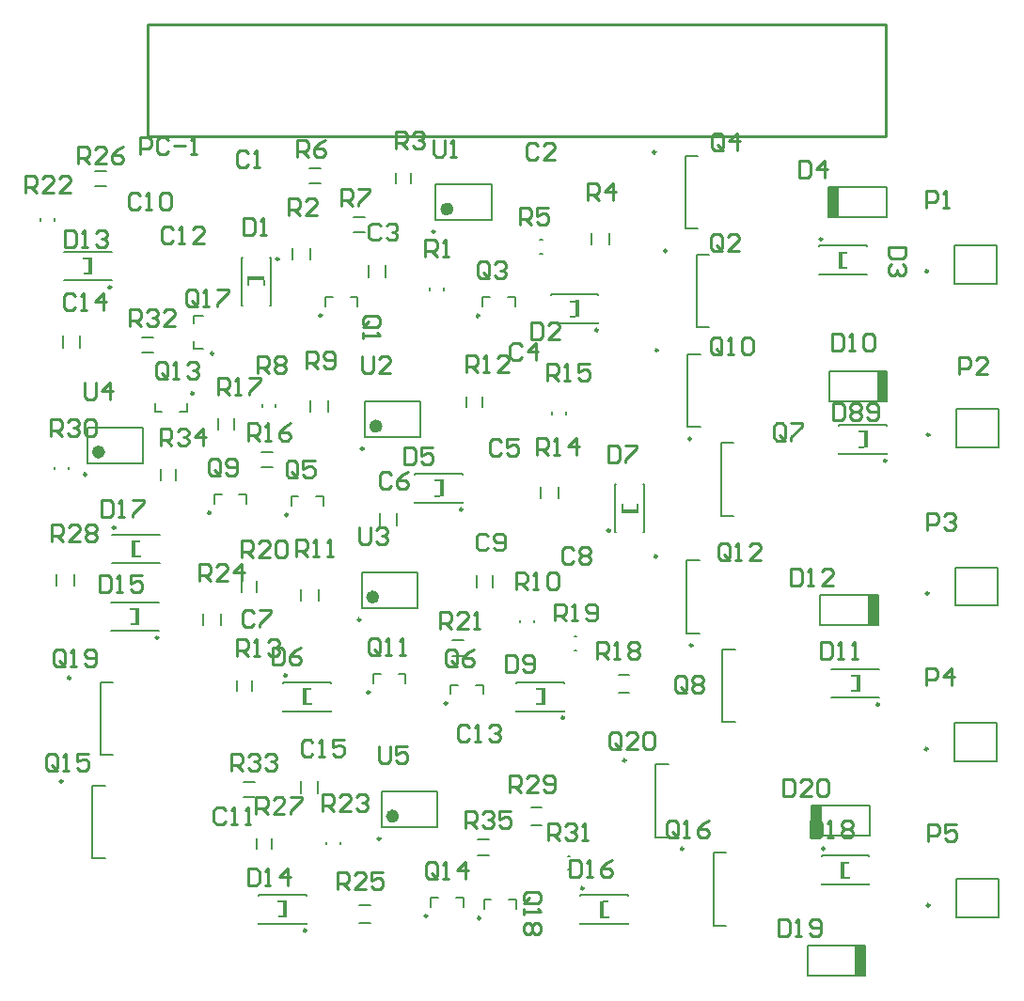
<source format=gto>
G04 Layer_Color=65535*
%FSLAX42Y42*%
%MOMM*%
G71*
G01*
G75*
%ADD30C,0.25*%
%ADD37C,0.25*%
%ADD38C,0.60*%
%ADD39C,0.20*%
%ADD40R,0.50X0.27*%
%ADD41R,0.52X0.25*%
%ADD42R,0.34X1.62*%
%ADD43R,0.50X0.27*%
%ADD44R,0.52X0.25*%
%ADD45R,0.34X1.62*%
%ADD46R,0.95X2.72*%
%ADD47R,0.95X2.72*%
%ADD48R,0.27X0.50*%
%ADD49R,0.25X0.52*%
%ADD50R,1.62X0.34*%
%ADD51R,0.52X0.25*%
%ADD52R,0.27X0.50*%
D30*
X1236Y8219D02*
Y9219D01*
Y8219D02*
X7886D01*
Y9219D01*
X1236D02*
X7886D01*
X4099Y1984D02*
Y2136D01*
X4175D01*
X4201Y2111D01*
Y2060D01*
X4175Y2035D01*
X4099D01*
X4150D02*
X4201Y1984D01*
X4251Y2111D02*
X4277Y2136D01*
X4328D01*
X4353Y2111D01*
Y2085D01*
X4328Y2060D01*
X4302D01*
X4328D01*
X4353Y2035D01*
Y2009D01*
X4328Y1984D01*
X4277D01*
X4251Y2009D01*
X4505Y2136D02*
X4404D01*
Y2060D01*
X4455Y2085D01*
X4480D01*
X4505Y2060D01*
Y2009D01*
X4480Y1984D01*
X4429D01*
X4404Y2009D01*
X1077Y6507D02*
Y6660D01*
X1153D01*
X1179Y6634D01*
Y6584D01*
X1153Y6558D01*
X1077D01*
X1128D02*
X1179Y6507D01*
X1229Y6634D02*
X1255Y6660D01*
X1305D01*
X1331Y6634D01*
Y6609D01*
X1305Y6584D01*
X1280D01*
X1305D01*
X1331Y6558D01*
Y6533D01*
X1305Y6507D01*
X1255D01*
X1229Y6533D01*
X1483Y6507D02*
X1382D01*
X1483Y6609D01*
Y6634D01*
X1458Y6660D01*
X1407D01*
X1382Y6634D01*
X612Y7971D02*
Y8123D01*
X688D01*
X714Y8097D01*
Y8047D01*
X688Y8021D01*
X612D01*
X663D02*
X714Y7971D01*
X866D02*
X764D01*
X866Y8072D01*
Y8097D01*
X841Y8123D01*
X790D01*
X764Y8097D01*
X1018Y8123D02*
X968Y8097D01*
X917Y8047D01*
Y7996D01*
X942Y7971D01*
X993D01*
X1018Y7996D01*
Y8021D01*
X993Y8047D01*
X917D01*
X3873Y3779D02*
Y3932D01*
X3950D01*
X3975Y3906D01*
Y3856D01*
X3950Y3830D01*
X3873D01*
X3924D02*
X3975Y3779D01*
X4127D02*
X4026D01*
X4127Y3881D01*
Y3906D01*
X4102Y3932D01*
X4051D01*
X4026Y3906D01*
X4178Y3779D02*
X4229D01*
X4204D01*
Y3932D01*
X4178Y3906D01*
X1875Y5888D02*
Y6040D01*
X1951D01*
X1976Y6015D01*
Y5964D01*
X1951Y5938D01*
X1875D01*
X1925D02*
X1976Y5888D01*
X2027D02*
X2078D01*
X2052D01*
Y6040D01*
X2027Y6015D01*
X2154Y6040D02*
X2255D01*
Y6015D01*
X2154Y5913D01*
Y5888D01*
X2148Y5476D02*
Y5629D01*
X2225D01*
X2250Y5603D01*
Y5552D01*
X2225Y5527D01*
X2148D01*
X2199D02*
X2250Y5476D01*
X2301D02*
X2352D01*
X2326D01*
Y5629D01*
X2301Y5603D01*
X2529Y5629D02*
X2478Y5603D01*
X2428Y5552D01*
Y5502D01*
X2453Y5476D01*
X2504D01*
X2529Y5502D01*
Y5527D01*
X2504Y5552D01*
X2428D01*
X4112Y6088D02*
Y6241D01*
X4188D01*
X4214Y6215D01*
Y6165D01*
X4188Y6139D01*
X4112D01*
X4163D02*
X4214Y6088D01*
X4265D02*
X4315D01*
X4290D01*
Y6241D01*
X4265Y6215D01*
X4493Y6088D02*
X4392D01*
X4493Y6190D01*
Y6215D01*
X4468Y6241D01*
X4417D01*
X4392Y6215D01*
X2982Y7592D02*
Y7744D01*
X3058D01*
X3084Y7719D01*
Y7668D01*
X3058Y7643D01*
X2982D01*
X3033D02*
X3084Y7592D01*
X3134Y7744D02*
X3236D01*
Y7719D01*
X3134Y7617D01*
Y7592D01*
X2583Y8031D02*
Y8184D01*
X2659D01*
X2685Y8158D01*
Y8108D01*
X2659Y8082D01*
X2583D01*
X2634D02*
X2685Y8031D01*
X2837Y8184D02*
X2786Y8158D01*
X2736Y8108D01*
Y8057D01*
X2761Y8031D01*
X2812D01*
X2837Y8057D01*
Y8082D01*
X2812Y8108D01*
X2736D01*
X3472Y8102D02*
Y8255D01*
X3548D01*
X3574Y8229D01*
Y8178D01*
X3548Y8153D01*
X3472D01*
X3523D02*
X3574Y8102D01*
X3625Y8229D02*
X3650Y8255D01*
X3701D01*
X3726Y8229D01*
Y8204D01*
X3701Y8178D01*
X3675D01*
X3701D01*
X3726Y8153D01*
Y8128D01*
X3701Y8102D01*
X3650D01*
X3625Y8128D01*
X3322Y2718D02*
Y2591D01*
X3348Y2565D01*
X3398D01*
X3424Y2591D01*
Y2718D01*
X3576D02*
X3475D01*
Y2642D01*
X3525Y2667D01*
X3551D01*
X3576Y2642D01*
Y2591D01*
X3551Y2565D01*
X3500D01*
X3475Y2591D01*
X676Y5998D02*
Y5871D01*
X701Y5845D01*
X752D01*
X777Y5871D01*
Y5998D01*
X904Y5845D02*
Y5998D01*
X828Y5922D01*
X930D01*
X3144Y4691D02*
Y4564D01*
X3170Y4539D01*
X3221D01*
X3246Y4564D01*
Y4691D01*
X3297Y4666D02*
X3322Y4691D01*
X3373D01*
X3398Y4666D01*
Y4641D01*
X3373Y4615D01*
X3348D01*
X3373D01*
X3398Y4590D01*
Y4564D01*
X3373Y4539D01*
X3322D01*
X3297Y4564D01*
X3172Y6231D02*
Y6104D01*
X3198Y6078D01*
X3249D01*
X3274Y6104D01*
Y6231D01*
X3426Y6078D02*
X3325D01*
X3426Y6180D01*
Y6205D01*
X3401Y6231D01*
X3350D01*
X3325Y6205D01*
X3813Y8185D02*
Y8059D01*
X3838Y8033D01*
X3889D01*
X3914Y8059D01*
Y8185D01*
X3965Y8033D02*
X4016D01*
X3990D01*
Y8185D01*
X3965Y8160D01*
X4498Y2309D02*
Y2461D01*
X4574D01*
X4600Y2436D01*
Y2385D01*
X4574Y2360D01*
X4498D01*
X4549D02*
X4600Y2309D01*
X4752D02*
X4651D01*
X4752Y2410D01*
Y2436D01*
X4727Y2461D01*
X4676D01*
X4651Y2436D01*
X4803Y2334D02*
X4828Y2309D01*
X4879D01*
X4904Y2334D01*
Y2436D01*
X4879Y2461D01*
X4828D01*
X4803Y2436D01*
Y2410D01*
X4828Y2385D01*
X4904D01*
X378Y4564D02*
Y4717D01*
X455D01*
X480Y4691D01*
Y4641D01*
X455Y4615D01*
X378D01*
X429D02*
X480Y4564D01*
X632D02*
X531D01*
X632Y4666D01*
Y4691D01*
X607Y4717D01*
X556D01*
X531Y4691D01*
X683D02*
X709Y4717D01*
X759D01*
X785Y4691D01*
Y4666D01*
X759Y4641D01*
X785Y4615D01*
Y4590D01*
X759Y4564D01*
X709D01*
X683Y4590D01*
Y4615D01*
X709Y4641D01*
X683Y4666D01*
Y4691D01*
X709Y4641D02*
X759D01*
X1354Y5431D02*
Y5583D01*
X1430D01*
X1455Y5557D01*
Y5507D01*
X1430Y5481D01*
X1354D01*
X1405D02*
X1455Y5431D01*
X1506Y5557D02*
X1532Y5583D01*
X1582D01*
X1608Y5557D01*
Y5532D01*
X1582Y5507D01*
X1557D01*
X1582D01*
X1608Y5481D01*
Y5456D01*
X1582Y5431D01*
X1532D01*
X1506Y5456D01*
X1735Y5431D02*
Y5583D01*
X1659Y5507D01*
X1760D01*
X1991Y2504D02*
Y2657D01*
X2068D01*
X2093Y2631D01*
Y2581D01*
X2068Y2555D01*
X1991D01*
X2042D02*
X2093Y2504D01*
X2144Y2631D02*
X2169Y2657D01*
X2220D01*
X2245Y2631D01*
Y2606D01*
X2220Y2581D01*
X2194D01*
X2220D01*
X2245Y2555D01*
Y2530D01*
X2220Y2504D01*
X2169D01*
X2144Y2530D01*
X2296Y2631D02*
X2321Y2657D01*
X2372D01*
X2398Y2631D01*
Y2606D01*
X2372Y2581D01*
X2347D01*
X2372D01*
X2398Y2555D01*
Y2530D01*
X2372Y2504D01*
X2321D01*
X2296Y2530D01*
X2951Y1430D02*
Y1582D01*
X3028D01*
X3053Y1557D01*
Y1506D01*
X3028Y1481D01*
X2951D01*
X3002D02*
X3053Y1430D01*
X3205D02*
X3104D01*
X3205Y1532D01*
Y1557D01*
X3180Y1582D01*
X3129D01*
X3104Y1557D01*
X3358Y1582D02*
X3256D01*
Y1506D01*
X3307Y1532D01*
X3332D01*
X3358Y1506D01*
Y1455D01*
X3332Y1430D01*
X3282D01*
X3256Y1455D01*
X1704Y4209D02*
Y4361D01*
X1780D01*
X1806Y4336D01*
Y4285D01*
X1780Y4259D01*
X1704D01*
X1755D02*
X1806Y4209D01*
X1958D02*
X1857D01*
X1958Y4310D01*
Y4336D01*
X1933Y4361D01*
X1882D01*
X1857Y4336D01*
X2085Y4209D02*
Y4361D01*
X2009Y4285D01*
X2111D01*
X2812Y2139D02*
Y2292D01*
X2888D01*
X2913Y2266D01*
Y2215D01*
X2888Y2190D01*
X2812D01*
X2863D02*
X2913Y2139D01*
X3066D02*
X2964D01*
X3066Y2241D01*
Y2266D01*
X3040Y2292D01*
X2990D01*
X2964Y2266D01*
X3116D02*
X3142Y2292D01*
X3193D01*
X3218Y2266D01*
Y2241D01*
X3193Y2215D01*
X3167D01*
X3193D01*
X3218Y2190D01*
Y2165D01*
X3193Y2139D01*
X3142D01*
X3116Y2165D01*
X142Y7706D02*
Y7859D01*
X218D01*
X244Y7833D01*
Y7783D01*
X218Y7757D01*
X142D01*
X193D02*
X244Y7706D01*
X396D02*
X295D01*
X396Y7808D01*
Y7833D01*
X371Y7859D01*
X320D01*
X295Y7833D01*
X549Y7706D02*
X447D01*
X549Y7808D01*
Y7833D01*
X523Y7859D01*
X472D01*
X447Y7833D01*
X2217Y2108D02*
Y2261D01*
X2294D01*
X2319Y2235D01*
Y2184D01*
X2294Y2159D01*
X2217D01*
X2268D02*
X2319Y2108D01*
X2471D02*
X2370D01*
X2471Y2210D01*
Y2235D01*
X2446Y2261D01*
X2395D01*
X2370Y2235D01*
X2522Y2261D02*
X2624D01*
Y2235D01*
X2522Y2134D01*
Y2108D01*
X5286Y3505D02*
Y3658D01*
X5362D01*
X5387Y3632D01*
Y3581D01*
X5362Y3556D01*
X5286D01*
X5337D02*
X5387Y3505D01*
X5438D02*
X5489D01*
X5464D01*
Y3658D01*
X5438Y3632D01*
X5565D02*
X5591Y3658D01*
X5641D01*
X5667Y3632D01*
Y3607D01*
X5641Y3581D01*
X5667Y3556D01*
Y3531D01*
X5641Y3505D01*
X5591D01*
X5565Y3531D01*
Y3556D01*
X5591Y3581D01*
X5565Y3607D01*
Y3632D01*
X5591Y3581D02*
X5641D01*
X4745Y5347D02*
Y5499D01*
X4821D01*
X4846Y5474D01*
Y5423D01*
X4821Y5397D01*
X4745D01*
X4795D02*
X4846Y5347D01*
X4897D02*
X4948D01*
X4922D01*
Y5499D01*
X4897Y5474D01*
X5100Y5347D02*
Y5499D01*
X5024Y5423D01*
X5126D01*
X2083Y4423D02*
Y4575D01*
X2159D01*
X2184Y4550D01*
Y4499D01*
X2159Y4474D01*
X2083D01*
X2134D02*
X2184Y4423D01*
X2337D02*
X2235D01*
X2337Y4525D01*
Y4550D01*
X2311Y4575D01*
X2261D01*
X2235Y4550D01*
X2387D02*
X2413Y4575D01*
X2464D01*
X2489Y4550D01*
Y4448D01*
X2464Y4423D01*
X2413D01*
X2387Y4448D01*
Y4550D01*
X2581Y4430D02*
Y4582D01*
X2657D01*
X2682Y4557D01*
Y4506D01*
X2657Y4481D01*
X2581D01*
X2631D02*
X2682Y4430D01*
X2733D02*
X2784D01*
X2758D01*
Y4582D01*
X2733Y4557D01*
X2860Y4430D02*
X2911D01*
X2885D01*
Y4582D01*
X2860Y4557D01*
X4554Y4135D02*
Y4287D01*
X4630D01*
X4656Y4262D01*
Y4211D01*
X4630Y4186D01*
X4554D01*
X4605D02*
X4656Y4135D01*
X4707D02*
X4757D01*
X4732D01*
Y4287D01*
X4707Y4262D01*
X4834D02*
X4859Y4287D01*
X4910D01*
X4935Y4262D01*
Y4160D01*
X4910Y4135D01*
X4859D01*
X4834Y4160D01*
Y4262D01*
X2667Y6126D02*
Y6279D01*
X2743D01*
X2769Y6253D01*
Y6203D01*
X2743Y6177D01*
X2667D01*
X2718D02*
X2769Y6126D01*
X2819Y6152D02*
X2845Y6126D01*
X2896D01*
X2921Y6152D01*
Y6253D01*
X2896Y6279D01*
X2845D01*
X2819Y6253D01*
Y6228D01*
X2845Y6203D01*
X2921D01*
X2230Y6081D02*
Y6233D01*
X2306D01*
X2332Y6208D01*
Y6157D01*
X2306Y6132D01*
X2230D01*
X2281D02*
X2332Y6081D01*
X2382Y6208D02*
X2408Y6233D01*
X2459D01*
X2484Y6208D01*
Y6182D01*
X2459Y6157D01*
X2484Y6132D01*
Y6106D01*
X2459Y6081D01*
X2408D01*
X2382Y6106D01*
Y6132D01*
X2408Y6157D01*
X2382Y6182D01*
Y6208D01*
X2408Y6157D02*
X2459D01*
X2042Y3531D02*
Y3683D01*
X2118D01*
X2144Y3658D01*
Y3607D01*
X2118Y3581D01*
X2042D01*
X2093D02*
X2144Y3531D01*
X2194D02*
X2245D01*
X2220D01*
Y3683D01*
X2194Y3658D01*
X2321D02*
X2347Y3683D01*
X2398D01*
X2423Y3658D01*
Y3632D01*
X2398Y3607D01*
X2372D01*
X2398D01*
X2423Y3581D01*
Y3556D01*
X2398Y3531D01*
X2347D01*
X2321Y3556D01*
X5199Y7638D02*
Y7790D01*
X5276D01*
X5301Y7765D01*
Y7714D01*
X5276Y7689D01*
X5199D01*
X5250D02*
X5301Y7638D01*
X5428D02*
Y7790D01*
X5352Y7714D01*
X5453D01*
X2507Y7503D02*
Y7656D01*
X2583D01*
X2609Y7630D01*
Y7579D01*
X2583Y7554D01*
X2507D01*
X2558D02*
X2609Y7503D01*
X2761D02*
X2659D01*
X2761Y7605D01*
Y7630D01*
X2735Y7656D01*
X2685D01*
X2659Y7630D01*
X3741Y7130D02*
Y7282D01*
X3818D01*
X3843Y7257D01*
Y7206D01*
X3818Y7181D01*
X3741D01*
X3792D02*
X3843Y7130D01*
X3894D02*
X3945D01*
X3919D01*
Y7282D01*
X3894Y7257D01*
X5497Y2720D02*
Y2822D01*
X5472Y2847D01*
X5421D01*
X5396Y2822D01*
Y2720D01*
X5421Y2695D01*
X5472D01*
X5446Y2746D02*
X5497Y2695D01*
X5472D02*
X5497Y2720D01*
X5649Y2695D02*
X5548D01*
X5649Y2796D01*
Y2822D01*
X5624Y2847D01*
X5573D01*
X5548Y2822D01*
X5700D02*
X5726Y2847D01*
X5776D01*
X5802Y2822D01*
Y2720D01*
X5776Y2695D01*
X5726D01*
X5700Y2720D01*
Y2822D01*
X498Y3462D02*
Y3564D01*
X472Y3589D01*
X422D01*
X396Y3564D01*
Y3462D01*
X422Y3437D01*
X472D01*
X447Y3487D02*
X498Y3437D01*
X472D02*
X498Y3462D01*
X549Y3437D02*
X599D01*
X574D01*
Y3589D01*
X549Y3564D01*
X676Y3462D02*
X701Y3437D01*
X752D01*
X777Y3462D01*
Y3564D01*
X752Y3589D01*
X701D01*
X676Y3564D01*
Y3538D01*
X701Y3513D01*
X777D01*
X4653Y1307D02*
X4755D01*
X4780Y1333D01*
Y1383D01*
X4755Y1409D01*
X4653D01*
X4628Y1383D01*
Y1333D01*
X4679Y1358D02*
X4628Y1307D01*
Y1333D02*
X4653Y1307D01*
X4628Y1256D02*
Y1206D01*
Y1231D01*
X4780D01*
X4755Y1256D01*
Y1129D02*
X4780Y1104D01*
Y1053D01*
X4755Y1028D01*
X4729D01*
X4704Y1053D01*
X4679Y1028D01*
X4653D01*
X4628Y1053D01*
Y1104D01*
X4653Y1129D01*
X4679D01*
X4704Y1104D01*
X4729Y1129D01*
X4755D01*
X4704Y1104D02*
Y1053D01*
X1689Y6708D02*
Y6810D01*
X1664Y6835D01*
X1613D01*
X1587Y6810D01*
Y6708D01*
X1613Y6683D01*
X1664D01*
X1638Y6734D02*
X1689Y6683D01*
X1664D02*
X1689Y6708D01*
X1740Y6683D02*
X1791D01*
X1765D01*
Y6835D01*
X1740Y6810D01*
X1867Y6835D02*
X1968D01*
Y6810D01*
X1867Y6708D01*
Y6683D01*
X6016Y1922D02*
Y2024D01*
X5991Y2049D01*
X5940D01*
X5914Y2024D01*
Y1922D01*
X5940Y1897D01*
X5991D01*
X5965Y1948D02*
X6016Y1897D01*
X5991D02*
X6016Y1922D01*
X6067Y1897D02*
X6118D01*
X6092D01*
Y2049D01*
X6067Y2024D01*
X6295Y2049D02*
X6245Y2024D01*
X6194Y1973D01*
Y1922D01*
X6219Y1897D01*
X6270D01*
X6295Y1922D01*
Y1948D01*
X6270Y1973D01*
X6194D01*
X427Y2530D02*
Y2631D01*
X401Y2657D01*
X350D01*
X325Y2631D01*
Y2530D01*
X350Y2504D01*
X401D01*
X376Y2555D02*
X427Y2504D01*
X401D02*
X427Y2530D01*
X477Y2504D02*
X528D01*
X503D01*
Y2657D01*
X477Y2631D01*
X706Y2657D02*
X604D01*
Y2581D01*
X655Y2606D01*
X681D01*
X706Y2581D01*
Y2530D01*
X681Y2504D01*
X630D01*
X604Y2530D01*
X3846Y1551D02*
Y1653D01*
X3820Y1678D01*
X3769D01*
X3744Y1653D01*
Y1551D01*
X3769Y1526D01*
X3820D01*
X3795Y1576D02*
X3846Y1526D01*
X3820D02*
X3846Y1551D01*
X3896Y1526D02*
X3947D01*
X3922D01*
Y1678D01*
X3896Y1653D01*
X4099Y1526D02*
Y1678D01*
X4023Y1602D01*
X4125D01*
X1419Y6057D02*
Y6158D01*
X1393Y6184D01*
X1343D01*
X1317Y6158D01*
Y6057D01*
X1343Y6032D01*
X1393D01*
X1368Y6082D02*
X1419Y6032D01*
X1393D02*
X1419Y6057D01*
X1470Y6032D02*
X1520D01*
X1495D01*
Y6184D01*
X1470Y6158D01*
X1597D02*
X1622Y6184D01*
X1673D01*
X1698Y6158D01*
Y6133D01*
X1673Y6108D01*
X1647D01*
X1673D01*
X1698Y6082D01*
Y6057D01*
X1673Y6032D01*
X1622D01*
X1597Y6057D01*
X6477Y4420D02*
Y4521D01*
X6452Y4547D01*
X6401D01*
X6375Y4521D01*
Y4420D01*
X6401Y4394D01*
X6452D01*
X6426Y4445D02*
X6477Y4394D01*
X6452D02*
X6477Y4420D01*
X6528Y4394D02*
X6579D01*
X6553D01*
Y4547D01*
X6528Y4521D01*
X6756Y4394D02*
X6655D01*
X6756Y4496D01*
Y4521D01*
X6731Y4547D01*
X6680D01*
X6655Y4521D01*
X3327Y3566D02*
Y3668D01*
X3302Y3693D01*
X3251D01*
X3226Y3668D01*
Y3566D01*
X3251Y3541D01*
X3302D01*
X3277Y3592D02*
X3327Y3541D01*
X3302D02*
X3327Y3566D01*
X3378Y3541D02*
X3429D01*
X3404D01*
Y3693D01*
X3378Y3668D01*
X3505Y3541D02*
X3556D01*
X3530D01*
Y3693D01*
X3505Y3668D01*
X6408Y6274D02*
Y6375D01*
X6383Y6401D01*
X6332D01*
X6307Y6375D01*
Y6274D01*
X6332Y6248D01*
X6383D01*
X6358Y6299D02*
X6408Y6248D01*
X6383D02*
X6408Y6274D01*
X6459Y6248D02*
X6510D01*
X6485D01*
Y6401D01*
X6459Y6375D01*
X6586D02*
X6612Y6401D01*
X6662D01*
X6688Y6375D01*
Y6274D01*
X6662Y6248D01*
X6612D01*
X6586Y6274D01*
Y6375D01*
X1895Y5184D02*
Y5286D01*
X1869Y5311D01*
X1819D01*
X1793Y5286D01*
Y5184D01*
X1819Y5159D01*
X1869D01*
X1844Y5210D02*
X1895Y5159D01*
X1869D02*
X1895Y5184D01*
X1946D02*
X1971Y5159D01*
X2022D01*
X2047Y5184D01*
Y5286D01*
X2022Y5311D01*
X1971D01*
X1946Y5286D01*
Y5260D01*
X1971Y5235D01*
X2047D01*
X6088Y3228D02*
Y3330D01*
X6063Y3355D01*
X6012D01*
X5987Y3330D01*
Y3228D01*
X6012Y3203D01*
X6063D01*
X6038Y3254D02*
X6088Y3203D01*
X6063D02*
X6088Y3228D01*
X6139Y3330D02*
X6165Y3355D01*
X6215D01*
X6241Y3330D01*
Y3305D01*
X6215Y3279D01*
X6241Y3254D01*
Y3228D01*
X6215Y3203D01*
X6165D01*
X6139Y3228D01*
Y3254D01*
X6165Y3279D01*
X6139Y3305D01*
Y3330D01*
X6165Y3279D02*
X6215D01*
X6977Y5502D02*
Y5603D01*
X6952Y5629D01*
X6901D01*
X6876Y5603D01*
Y5502D01*
X6901Y5476D01*
X6952D01*
X6927Y5527D02*
X6977Y5476D01*
X6952D02*
X6977Y5502D01*
X7028Y5629D02*
X7130D01*
Y5603D01*
X7028Y5502D01*
Y5476D01*
X4026Y3466D02*
Y3568D01*
X4000Y3593D01*
X3950D01*
X3924Y3568D01*
Y3466D01*
X3950Y3441D01*
X4000D01*
X3975Y3492D02*
X4026Y3441D01*
X4000D02*
X4026Y3466D01*
X4178Y3593D02*
X4127Y3568D01*
X4077Y3517D01*
Y3466D01*
X4102Y3441D01*
X4153D01*
X4178Y3466D01*
Y3492D01*
X4153Y3517D01*
X4077D01*
X2589Y5165D02*
Y5266D01*
X2564Y5292D01*
X2513D01*
X2488Y5266D01*
Y5165D01*
X2513Y5139D01*
X2564D01*
X2538Y5190D02*
X2589Y5139D01*
X2564D02*
X2589Y5165D01*
X2742Y5292D02*
X2640D01*
Y5216D01*
X2691Y5241D01*
X2716D01*
X2742Y5216D01*
Y5165D01*
X2716Y5139D01*
X2665D01*
X2640Y5165D01*
X6421Y8118D02*
Y8219D01*
X6396Y8245D01*
X6345D01*
X6320Y8219D01*
Y8118D01*
X6345Y8092D01*
X6396D01*
X6370Y8143D02*
X6421Y8092D01*
X6396D02*
X6421Y8118D01*
X6548Y8092D02*
Y8245D01*
X6472Y8169D01*
X6573D01*
X4313Y6959D02*
Y7060D01*
X4287Y7086D01*
X4237D01*
X4211Y7060D01*
Y6959D01*
X4237Y6933D01*
X4287D01*
X4262Y6984D02*
X4313Y6933D01*
X4287D02*
X4313Y6959D01*
X4364Y7060D02*
X4389Y7086D01*
X4440D01*
X4465Y7060D01*
Y7035D01*
X4440Y7009D01*
X4414D01*
X4440D01*
X4465Y6984D01*
Y6959D01*
X4440Y6933D01*
X4389D01*
X4364Y6959D01*
X6416Y7206D02*
Y7308D01*
X6391Y7333D01*
X6340D01*
X6314Y7308D01*
Y7206D01*
X6340Y7181D01*
X6391D01*
X6365Y7231D02*
X6416Y7181D01*
X6391D02*
X6416Y7206D01*
X6568Y7181D02*
X6467D01*
X6568Y7282D01*
Y7308D01*
X6543Y7333D01*
X6492D01*
X6467Y7308D01*
X3200Y6498D02*
X3302D01*
X3327Y6524D01*
Y6574D01*
X3302Y6600D01*
X3200D01*
X3175Y6574D01*
Y6524D01*
X3226Y6549D02*
X3175Y6498D01*
Y6524D02*
X3200Y6498D01*
X3175Y6448D02*
Y6397D01*
Y6422D01*
X3327D01*
X3302Y6448D01*
X8250Y3269D02*
Y3421D01*
X8326D01*
X8351Y3396D01*
Y3345D01*
X8326Y3320D01*
X8250D01*
X8478Y3269D02*
Y3421D01*
X8402Y3345D01*
X8504D01*
X8260Y4671D02*
Y4823D01*
X8336D01*
X8362Y4798D01*
Y4747D01*
X8336Y4722D01*
X8260D01*
X8412Y4798D02*
X8438Y4823D01*
X8489D01*
X8514Y4798D01*
Y4773D01*
X8489Y4747D01*
X8463D01*
X8489D01*
X8514Y4722D01*
Y4696D01*
X8489Y4671D01*
X8438D01*
X8412Y4696D01*
X8547Y6071D02*
Y6223D01*
X8623D01*
X8649Y6198D01*
Y6147D01*
X8623Y6121D01*
X8547D01*
X8801Y6071D02*
X8699D01*
X8801Y6172D01*
Y6198D01*
X8776Y6223D01*
X8725D01*
X8699Y6198D01*
X8252Y7572D02*
Y7724D01*
X8329D01*
X8354Y7699D01*
Y7648D01*
X8329Y7623D01*
X8252D01*
X8405Y7572D02*
X8456D01*
X8430D01*
Y7724D01*
X8405Y7699D01*
X6959Y2428D02*
Y2276D01*
X7035D01*
X7061Y2301D01*
Y2403D01*
X7035Y2428D01*
X6959D01*
X7213Y2276D02*
X7112D01*
X7213Y2377D01*
Y2403D01*
X7188Y2428D01*
X7137D01*
X7112Y2403D01*
X7264D02*
X7289Y2428D01*
X7340D01*
X7365Y2403D01*
Y2301D01*
X7340Y2276D01*
X7289D01*
X7264Y2301D01*
Y2403D01*
X6919Y1163D02*
Y1011D01*
X6995D01*
X7021Y1036D01*
Y1138D01*
X6995Y1163D01*
X6919D01*
X7071Y1011D02*
X7122D01*
X7097D01*
Y1163D01*
X7071Y1138D01*
X7198Y1036D02*
X7224Y1011D01*
X7274D01*
X7300Y1036D01*
Y1138D01*
X7274Y1163D01*
X7224D01*
X7198Y1138D01*
Y1112D01*
X7224Y1087D01*
X7300D01*
X7209Y2052D02*
Y1900D01*
X7285D01*
X7311Y1925D01*
Y2027D01*
X7285Y2052D01*
X7209D01*
X7362Y1900D02*
X7412D01*
X7387D01*
Y2052D01*
X7362Y2027D01*
X7488D02*
X7514Y2052D01*
X7565D01*
X7590Y2027D01*
Y2001D01*
X7565Y1976D01*
X7590Y1951D01*
Y1925D01*
X7565Y1900D01*
X7514D01*
X7488Y1925D01*
Y1951D01*
X7514Y1976D01*
X7488Y2001D01*
Y2027D01*
X7514Y1976D02*
X7565D01*
X824Y4943D02*
Y4790D01*
X900D01*
X925Y4816D01*
Y4917D01*
X900Y4943D01*
X824D01*
X976Y4790D02*
X1027D01*
X1001D01*
Y4943D01*
X976Y4917D01*
X1103Y4943D02*
X1204D01*
Y4917D01*
X1103Y4816D01*
Y4790D01*
X5039Y1697D02*
Y1544D01*
X5116D01*
X5141Y1570D01*
Y1671D01*
X5116Y1697D01*
X5039D01*
X5192Y1544D02*
X5242D01*
X5217D01*
Y1697D01*
X5192Y1671D01*
X5420Y1697D02*
X5369Y1671D01*
X5319Y1620D01*
Y1570D01*
X5344Y1544D01*
X5395D01*
X5420Y1570D01*
Y1595D01*
X5395Y1620D01*
X5319D01*
X810Y4260D02*
Y4107D01*
X886D01*
X912Y4133D01*
Y4234D01*
X886Y4260D01*
X810D01*
X963Y4107D02*
X1013D01*
X988D01*
Y4260D01*
X963Y4234D01*
X1191Y4260D02*
X1090D01*
Y4183D01*
X1140Y4209D01*
X1166D01*
X1191Y4183D01*
Y4133D01*
X1166Y4107D01*
X1115D01*
X1090Y4133D01*
X2141Y1623D02*
Y1471D01*
X2217D01*
X2243Y1496D01*
Y1598D01*
X2217Y1623D01*
X2141D01*
X2294Y1471D02*
X2344D01*
X2319D01*
Y1623D01*
X2294Y1598D01*
X2497Y1471D02*
Y1623D01*
X2421Y1547D01*
X2522D01*
X495Y7368D02*
Y7216D01*
X571D01*
X597Y7242D01*
Y7343D01*
X571Y7368D01*
X495D01*
X648Y7216D02*
X698D01*
X673D01*
Y7368D01*
X648Y7343D01*
X775D02*
X800Y7368D01*
X851D01*
X876Y7343D01*
Y7318D01*
X851Y7292D01*
X825D01*
X851D01*
X876Y7267D01*
Y7242D01*
X851Y7216D01*
X800D01*
X775Y7242D01*
X7033Y4323D02*
Y4171D01*
X7109D01*
X7135Y4196D01*
Y4298D01*
X7109Y4323D01*
X7033D01*
X7186Y4171D02*
X7236D01*
X7211D01*
Y4323D01*
X7186Y4298D01*
X7414Y4171D02*
X7313D01*
X7414Y4272D01*
Y4298D01*
X7389Y4323D01*
X7338D01*
X7313Y4298D01*
X7300Y3658D02*
Y3505D01*
X7376D01*
X7402Y3531D01*
Y3632D01*
X7376Y3658D01*
X7300D01*
X7452Y3505D02*
X7503D01*
X7478D01*
Y3658D01*
X7452Y3632D01*
X7579Y3505D02*
X7630D01*
X7605D01*
Y3658D01*
X7579Y3632D01*
X7407Y6434D02*
Y6281D01*
X7483D01*
X7508Y6307D01*
Y6408D01*
X7483Y6434D01*
X7407D01*
X7559Y6281D02*
X7610D01*
X7584D01*
Y6434D01*
X7559Y6408D01*
X7686D02*
X7711Y6434D01*
X7762D01*
X7788Y6408D01*
Y6307D01*
X7762Y6281D01*
X7711D01*
X7686Y6307D01*
Y6408D01*
X4463Y3538D02*
Y3386D01*
X4539D01*
X4564Y3411D01*
Y3513D01*
X4539Y3538D01*
X4463D01*
X4615Y3411D02*
X4641Y3386D01*
X4691D01*
X4717Y3411D01*
Y3513D01*
X4691Y3538D01*
X4641D01*
X4615Y3513D01*
Y3487D01*
X4641Y3462D01*
X4717D01*
X2365Y3612D02*
Y3459D01*
X2441D01*
X2466Y3485D01*
Y3586D01*
X2441Y3612D01*
X2365D01*
X2619D02*
X2568Y3586D01*
X2517Y3536D01*
Y3485D01*
X2542Y3459D01*
X2593D01*
X2619Y3485D01*
Y3510D01*
X2593Y3536D01*
X2517D01*
X3548Y5415D02*
Y5263D01*
X3625D01*
X3650Y5288D01*
Y5390D01*
X3625Y5415D01*
X3548D01*
X3802D02*
X3701D01*
Y5339D01*
X3751Y5364D01*
X3777D01*
X3802Y5339D01*
Y5288D01*
X3777Y5263D01*
X3726D01*
X3701Y5288D01*
X7110Y7996D02*
Y7843D01*
X7186D01*
X7211Y7869D01*
Y7970D01*
X7186Y7996D01*
X7110D01*
X7338Y7843D02*
Y7996D01*
X7262Y7920D01*
X7364D01*
X8060Y7214D02*
X7908D01*
Y7137D01*
X7933Y7112D01*
X8035D01*
X8060Y7137D01*
Y7214D01*
X8035Y7061D02*
X8060Y7036D01*
Y6985D01*
X8035Y6960D01*
X8009D01*
X7984Y6985D01*
Y7010D01*
Y6985D01*
X7958Y6960D01*
X7933D01*
X7908Y6985D01*
Y7036D01*
X7933Y7061D01*
X4694Y6538D02*
Y6386D01*
X4770D01*
X4795Y6411D01*
Y6513D01*
X4770Y6538D01*
X4694D01*
X4948Y6386D02*
X4846D01*
X4948Y6487D01*
Y6513D01*
X4922Y6538D01*
X4872D01*
X4846Y6513D01*
X2101Y7475D02*
Y7323D01*
X2177D01*
X2202Y7348D01*
Y7450D01*
X2177Y7475D01*
X2101D01*
X2253Y7323D02*
X2304D01*
X2278D01*
Y7475D01*
X2253Y7450D01*
X2725Y2758D02*
X2700Y2784D01*
X2649D01*
X2624Y2758D01*
Y2657D01*
X2649Y2631D01*
X2700D01*
X2725Y2657D01*
X2776Y2631D02*
X2827D01*
X2802D01*
Y2784D01*
X2776Y2758D01*
X3005Y2784D02*
X2903D01*
Y2708D01*
X2954Y2733D01*
X2979D01*
X3005Y2708D01*
Y2657D01*
X2979Y2631D01*
X2929D01*
X2903Y2657D01*
X584Y6774D02*
X559Y6799D01*
X508D01*
X483Y6774D01*
Y6672D01*
X508Y6647D01*
X559D01*
X584Y6672D01*
X635Y6647D02*
X686D01*
X660D01*
Y6799D01*
X635Y6774D01*
X838Y6647D02*
Y6799D01*
X762Y6723D01*
X863D01*
X4133Y2889D02*
X4107Y2914D01*
X4056D01*
X4031Y2889D01*
Y2787D01*
X4056Y2762D01*
X4107D01*
X4133Y2787D01*
X4183Y2762D02*
X4234D01*
X4209D01*
Y2914D01*
X4183Y2889D01*
X4310D02*
X4336Y2914D01*
X4386D01*
X4412Y2889D01*
Y2864D01*
X4386Y2838D01*
X4361D01*
X4386D01*
X4412Y2813D01*
Y2787D01*
X4386Y2762D01*
X4336D01*
X4310Y2787D01*
X1468Y7379D02*
X1443Y7404D01*
X1392D01*
X1367Y7379D01*
Y7277D01*
X1392Y7252D01*
X1443D01*
X1468Y7277D01*
X1519Y7252D02*
X1570D01*
X1544D01*
Y7404D01*
X1519Y7379D01*
X1747Y7252D02*
X1646D01*
X1747Y7353D01*
Y7379D01*
X1722Y7404D01*
X1671D01*
X1646Y7379D01*
X1938Y2146D02*
X1913Y2172D01*
X1862D01*
X1836Y2146D01*
Y2045D01*
X1862Y2019D01*
X1913D01*
X1938Y2045D01*
X1989Y2019D02*
X2040D01*
X2014D01*
Y2172D01*
X1989Y2146D01*
X2116Y2019D02*
X2166D01*
X2141D01*
Y2172D01*
X2116Y2146D01*
X1171Y7683D02*
X1146Y7709D01*
X1095D01*
X1069Y7683D01*
Y7582D01*
X1095Y7557D01*
X1146D01*
X1171Y7582D01*
X1222Y7557D02*
X1272D01*
X1247D01*
Y7709D01*
X1222Y7683D01*
X1349D02*
X1374Y7709D01*
X1425D01*
X1450Y7683D01*
Y7582D01*
X1425Y7557D01*
X1374D01*
X1349Y7582D01*
Y7683D01*
X4305Y4613D02*
X4280Y4638D01*
X4229D01*
X4204Y4613D01*
Y4511D01*
X4229Y4486D01*
X4280D01*
X4305Y4511D01*
X4356D02*
X4381Y4486D01*
X4432D01*
X4458Y4511D01*
Y4613D01*
X4432Y4638D01*
X4381D01*
X4356Y4613D01*
Y4587D01*
X4381Y4562D01*
X4458D01*
X5075Y4488D02*
X5049Y4514D01*
X4999D01*
X4973Y4488D01*
Y4387D01*
X4999Y4361D01*
X5049D01*
X5075Y4387D01*
X5126Y4488D02*
X5151Y4514D01*
X5202D01*
X5227Y4488D01*
Y4463D01*
X5202Y4437D01*
X5227Y4412D01*
Y4387D01*
X5202Y4361D01*
X5151D01*
X5126Y4387D01*
Y4412D01*
X5151Y4437D01*
X5126Y4463D01*
Y4488D01*
X5151Y4437D02*
X5202D01*
X2197Y3922D02*
X2172Y3947D01*
X2121D01*
X2095Y3922D01*
Y3820D01*
X2121Y3795D01*
X2172D01*
X2197Y3820D01*
X2248Y3947D02*
X2349D01*
Y3922D01*
X2248Y3820D01*
Y3795D01*
X3434Y5171D02*
X3409Y5196D01*
X3358D01*
X3332Y5171D01*
Y5069D01*
X3358Y5044D01*
X3409D01*
X3434Y5069D01*
X3586Y5196D02*
X3536Y5171D01*
X3485Y5120D01*
Y5069D01*
X3510Y5044D01*
X3561D01*
X3586Y5069D01*
Y5095D01*
X3561Y5120D01*
X3485D01*
X4422Y5465D02*
X4397Y5490D01*
X4346D01*
X4321Y5465D01*
Y5363D01*
X4346Y5338D01*
X4397D01*
X4422Y5363D01*
X4574Y5490D02*
X4473D01*
Y5414D01*
X4524Y5440D01*
X4549D01*
X4574Y5414D01*
Y5363D01*
X4549Y5338D01*
X4498D01*
X4473Y5363D01*
X4605Y6329D02*
X4580Y6355D01*
X4529D01*
X4503Y6329D01*
Y6228D01*
X4529Y6202D01*
X4580D01*
X4605Y6228D01*
X4732Y6202D02*
Y6355D01*
X4656Y6279D01*
X4757D01*
X3335Y7407D02*
X3310Y7432D01*
X3259D01*
X3233Y7407D01*
Y7305D01*
X3259Y7280D01*
X3310D01*
X3335Y7305D01*
X3386Y7407D02*
X3411Y7432D01*
X3462D01*
X3487Y7407D01*
Y7381D01*
X3462Y7356D01*
X3437D01*
X3462D01*
X3487Y7330D01*
Y7305D01*
X3462Y7280D01*
X3411D01*
X3386Y7305D01*
X4750Y8130D02*
X4724Y8156D01*
X4674D01*
X4648Y8130D01*
Y8029D01*
X4674Y8004D01*
X4724D01*
X4750Y8029D01*
X4902Y8004D02*
X4801D01*
X4902Y8105D01*
Y8130D01*
X4877Y8156D01*
X4826D01*
X4801Y8130D01*
X2149Y8064D02*
X2123Y8090D01*
X2073D01*
X2047Y8064D01*
Y7963D01*
X2073Y7937D01*
X2123D01*
X2149Y7963D01*
X2200Y7937D02*
X2250D01*
X2225D01*
Y8090D01*
X2200Y8064D01*
X366Y5515D02*
Y5668D01*
X442D01*
X467Y5642D01*
Y5591D01*
X442Y5566D01*
X366D01*
X417D02*
X467Y5515D01*
X518Y5642D02*
X543Y5668D01*
X594D01*
X620Y5642D01*
Y5617D01*
X594Y5591D01*
X569D01*
X594D01*
X620Y5566D01*
Y5541D01*
X594Y5515D01*
X543D01*
X518Y5541D01*
X670Y5642D02*
X696Y5668D01*
X747D01*
X772Y5642D01*
Y5541D01*
X747Y5515D01*
X696D01*
X670Y5541D01*
Y5642D01*
X4845Y1875D02*
Y2027D01*
X4922D01*
X4947Y2001D01*
Y1951D01*
X4922Y1925D01*
X4845D01*
X4896D02*
X4947Y1875D01*
X4998Y2001D02*
X5023Y2027D01*
X5074D01*
X5099Y2001D01*
Y1976D01*
X5074Y1951D01*
X5048D01*
X5074D01*
X5099Y1925D01*
Y1900D01*
X5074Y1875D01*
X5023D01*
X4998Y1900D01*
X5150Y1875D02*
X5201D01*
X5175D01*
Y2027D01*
X5150Y2001D01*
X4906Y3851D02*
Y4003D01*
X4982D01*
X5007Y3978D01*
Y3927D01*
X4982Y3901D01*
X4906D01*
X4956D02*
X5007Y3851D01*
X5058D02*
X5109D01*
X5083D01*
Y4003D01*
X5058Y3978D01*
X5185Y3876D02*
X5210Y3851D01*
X5261D01*
X5287Y3876D01*
Y3978D01*
X5261Y4003D01*
X5210D01*
X5185Y3978D01*
Y3952D01*
X5210Y3927D01*
X5287D01*
X4839Y6012D02*
Y6165D01*
X4915D01*
X4940Y6139D01*
Y6088D01*
X4915Y6063D01*
X4839D01*
X4889D02*
X4940Y6012D01*
X4991D02*
X5042D01*
X5016D01*
Y6165D01*
X4991Y6139D01*
X5220Y6165D02*
X5118D01*
Y6088D01*
X5169Y6114D01*
X5194D01*
X5220Y6088D01*
Y6038D01*
X5194Y6012D01*
X5143D01*
X5118Y6038D01*
X4595Y7422D02*
Y7574D01*
X4671D01*
X4696Y7549D01*
Y7498D01*
X4671Y7473D01*
X4595D01*
X4646D02*
X4696Y7422D01*
X4849Y7574D02*
X4747D01*
Y7498D01*
X4798Y7523D01*
X4823D01*
X4849Y7498D01*
Y7447D01*
X4823Y7422D01*
X4773D01*
X4747Y7447D01*
X7412Y5809D02*
Y5657D01*
X7488D01*
X7513Y5682D01*
Y5784D01*
X7488Y5809D01*
X7412D01*
X7564Y5784D02*
X7589Y5809D01*
X7640D01*
X7666Y5784D01*
Y5758D01*
X7640Y5733D01*
X7666Y5707D01*
Y5682D01*
X7640Y5657D01*
X7589D01*
X7564Y5682D01*
Y5707D01*
X7589Y5733D01*
X7564Y5758D01*
Y5784D01*
X7589Y5733D02*
X7640D01*
X7716Y5682D02*
X7742Y5657D01*
X7793D01*
X7818Y5682D01*
Y5784D01*
X7793Y5809D01*
X7742D01*
X7716Y5784D01*
Y5758D01*
X7742Y5733D01*
X7818D01*
X5390Y5430D02*
Y5278D01*
X5466D01*
X5491Y5303D01*
Y5405D01*
X5466Y5430D01*
X5390D01*
X5542D02*
X5644D01*
Y5405D01*
X5542Y5303D01*
Y5278D01*
X8268Y1862D02*
Y2014D01*
X8344D01*
X8369Y1989D01*
Y1938D01*
X8344Y1913D01*
X8268D01*
X8522Y2014D02*
X8420D01*
Y1938D01*
X8471Y1963D01*
X8496D01*
X8522Y1938D01*
Y1887D01*
X8496Y1862D01*
X8445D01*
X8420Y1887D01*
X1172Y8056D02*
Y8209D01*
X1248D01*
X1274Y8183D01*
Y8132D01*
X1248Y8107D01*
X1172D01*
X1426Y8183D02*
X1401Y8209D01*
X1350D01*
X1325Y8183D01*
Y8082D01*
X1350Y8056D01*
X1401D01*
X1426Y8082D01*
X1477Y8132D02*
X1578D01*
X1629Y8056D02*
X1680D01*
X1655D01*
Y8209D01*
X1629Y8183D01*
D37*
X5814Y8073D02*
G03*
X5814Y8073I-12J0D01*
G01*
X911Y6856D02*
G03*
X911Y6856I-12J0D01*
G01*
X5295Y6470D02*
G03*
X5295Y6470I-12J0D01*
G01*
X5912Y7184D02*
G03*
X5912Y7184I-12J0D01*
G01*
X5833Y6287D02*
G03*
X5833Y6287I-12J0D01*
G01*
X8280Y5526D02*
G03*
X8280Y5526I-12J0D01*
G01*
X7892Y5294D02*
G03*
X7892Y5294I-12J0D01*
G01*
X6133Y5490D02*
G03*
X6133Y5490I-12J0D01*
G01*
X5825Y4431D02*
G03*
X5825Y4431I-12J0D01*
G01*
X6146Y3630D02*
G03*
X6146Y3630I-12J0D01*
G01*
X4234Y1172D02*
G03*
X4234Y1172I-12J0D01*
G01*
X2807Y6601D02*
G03*
X2807Y6601I-12J0D01*
G01*
X3824Y7357D02*
G03*
X3824Y7357I-12J0D01*
G01*
X8264Y6999D02*
G03*
X8264Y6999I-12J0D01*
G01*
X4224Y6600D02*
G03*
X4224Y6600I-12J0D01*
G01*
X3184Y5402D02*
G03*
X3184Y5402I-12J0D01*
G01*
X2501Y4806D02*
G03*
X2501Y4806I-12J0D01*
G01*
X3156Y3862D02*
G03*
X3156Y3862I-12J0D01*
G01*
X3937Y3107D02*
G03*
X3937Y3107I-12J0D01*
G01*
X8272Y4098D02*
G03*
X8272Y4098I-12J0D01*
G01*
X1806Y4825D02*
G03*
X1806Y4825I-12J0D01*
G01*
X3239Y3207D02*
G03*
X3239Y3207I-12J0D01*
G01*
X3334Y1889D02*
G03*
X3334Y1889I-12J0D01*
G01*
X687Y5169D02*
G03*
X687Y5169I-12J0D01*
G01*
X3757Y1192D02*
G03*
X3757Y1192I-12J0D01*
G01*
X1652Y5898D02*
G03*
X1652Y5898I-12J0D01*
G01*
X6064Y1797D02*
G03*
X6064Y1797I-12J0D01*
G01*
X474Y2404D02*
G03*
X474Y2404I-12J0D01*
G01*
X8262Y2696D02*
G03*
X8262Y2696I-12J0D01*
G01*
X1832Y6259D02*
G03*
X1832Y6259I-12J0D01*
G01*
X5544Y2594D02*
G03*
X5544Y2594I-12J0D01*
G01*
X545Y3336D02*
G03*
X545Y3336I-12J0D01*
G01*
X2420Y7109D02*
G03*
X2420Y7109I-12J0D01*
G01*
X4074Y4854D02*
G03*
X4074Y4854I-12J0D01*
G01*
X2490Y3358D02*
G03*
X2490Y3358I-12J0D01*
G01*
X4988Y2977D02*
G03*
X4988Y2977I-12J0D01*
G01*
X7825Y3097D02*
G03*
X7825Y3097I-12J0D01*
G01*
X2666Y1062D02*
G03*
X2666Y1062I-12J0D01*
G01*
X1335Y3698D02*
G03*
X1335Y3698I-12J0D01*
G01*
X5164Y1442D02*
G03*
X5164Y1442I-12J0D01*
G01*
X948Y4689D02*
G03*
X948Y4689I-12J0D01*
G01*
X7334Y1798D02*
G03*
X7334Y1798I-12J0D01*
G01*
X7313Y7290D02*
G03*
X7313Y7290I-12J0D01*
G01*
X5403Y4664D02*
G03*
X5403Y4664I-12J0D01*
G01*
X8280Y1289D02*
G03*
X8280Y1289I-12J0D01*
G01*
D38*
X3964Y7560D02*
G03*
X3964Y7560I-30J0D01*
G01*
X3324Y5604D02*
G03*
X3324Y5604I-30J0D01*
G01*
X3296Y4065D02*
G03*
X3296Y4065I-30J0D01*
G01*
X3474Y2091D02*
G03*
X3474Y2091I-30J0D01*
G01*
X827Y5371D02*
G03*
X827Y5371I-30J0D01*
G01*
D39*
X6081Y8036D02*
X6196D01*
X6081Y7382D02*
Y8036D01*
Y7382D02*
X6196D01*
X483Y6916D02*
X914D01*
X483Y7176D02*
X914D01*
Y7171D02*
Y7176D01*
Y6916D02*
Y6921D01*
X483Y7171D02*
Y7176D01*
Y6916D02*
Y6921D01*
X275Y7455D02*
Y7475D01*
X400Y7455D02*
Y7475D01*
X765Y7763D02*
X865D01*
X765Y7903D02*
X865D01*
X4868Y6530D02*
X5298D01*
X4868Y6790D02*
X5298D01*
Y6785D02*
Y6790D01*
Y6530D02*
Y6535D01*
X4868Y6785D02*
Y6790D01*
Y6530D02*
Y6535D01*
X6180Y7147D02*
X6295D01*
X6180Y6493D02*
Y7147D01*
Y6493D02*
X6295D01*
X6101Y6250D02*
X6215D01*
X6101Y5596D02*
Y6250D01*
Y5596D02*
X6215D01*
X8522Y5761D02*
X8902D01*
Y5415D02*
Y5761D01*
X8522Y5415D02*
X8902D01*
X8522D02*
Y5761D01*
X7378Y6100D02*
X7898D01*
X7378Y5828D02*
Y6100D01*
Y5828D02*
X7898D01*
Y6100D01*
X7464Y5354D02*
X7894D01*
X7464Y5614D02*
X7894D01*
Y5609D02*
Y5614D01*
Y5354D02*
Y5359D01*
X7464Y5609D02*
Y5614D01*
Y5354D02*
Y5359D01*
X6401Y5453D02*
X6516D01*
X6401Y4799D02*
Y5453D01*
Y4799D02*
X6516D01*
X6093Y4394D02*
X6208D01*
X6093Y3740D02*
Y4394D01*
Y3740D02*
X6208D01*
X6414Y3593D02*
X6528D01*
X6414Y2939D02*
Y3593D01*
Y2939D02*
X6528D01*
X2359Y1794D02*
Y1894D01*
X2219Y1794D02*
Y1894D01*
X4266Y1255D02*
Y1337D01*
X4332D01*
X4558Y1255D02*
Y1337D01*
X4492D02*
X4558D01*
X2839Y6684D02*
Y6766D01*
X2905D01*
X3130Y6684D02*
Y6766D01*
X3065D02*
X3130D01*
X3613Y7788D02*
Y7888D01*
X3473Y7788D02*
Y7888D01*
X2696Y7789D02*
X2796D01*
X2696Y7929D02*
X2796D01*
X3095Y7349D02*
X3195D01*
X3095Y7489D02*
X3195D01*
X4253Y5774D02*
Y5874D01*
X4113Y5774D02*
Y5874D01*
X2261Y5234D02*
X2361D01*
X2261Y5374D02*
X2361D01*
X1876Y5574D02*
Y5674D01*
X2016Y5574D02*
Y5674D01*
X3986Y3537D02*
X4086D01*
X3986Y3677D02*
X4086D01*
X1190Y6265D02*
X1290D01*
X1190Y6405D02*
X1290D01*
X4212Y1741D02*
X4312D01*
X4212Y1881D02*
X4312D01*
X1495Y5116D02*
Y5216D01*
X1355Y5116D02*
Y5216D01*
X2104Y2262D02*
X2204D01*
X2104Y2402D02*
X2204D01*
X2224Y4108D02*
Y4208D01*
X2084Y4108D02*
Y4208D01*
X2183Y3216D02*
Y3316D01*
X2043Y3216D02*
Y3316D01*
X4334Y7460D02*
Y7780D01*
X3834Y7460D02*
Y7780D01*
X4334D01*
X3834Y7460D02*
X4334D01*
X8507Y7234D02*
X8887D01*
Y6889D02*
Y7234D01*
X8507Y6889D02*
X8887D01*
X8507D02*
Y7234D01*
X7371Y7484D02*
X7891D01*
Y7756D01*
X7371D02*
X7891D01*
X7371Y7484D02*
Y7756D01*
X4256Y6683D02*
Y6765D01*
X4322D01*
X4548Y6683D02*
Y6765D01*
X4482D02*
X4548D01*
X3694Y5504D02*
Y5824D01*
X3194Y5504D02*
Y5824D01*
X3694D01*
X3194Y5504D02*
X3694D01*
X2532Y4889D02*
Y4971D01*
X2598D01*
X2824Y4889D02*
Y4971D01*
X2758D02*
X2824D01*
X3666Y3965D02*
Y4285D01*
X3166Y3965D02*
Y4285D01*
X3666D01*
X3166Y3965D02*
X3666D01*
X3479Y4710D02*
Y4820D01*
X3329Y4710D02*
Y4820D01*
X3969Y3191D02*
Y3272D01*
X4035D01*
X4261Y3191D02*
Y3272D01*
X4195D02*
X4261D01*
X4350Y4152D02*
Y4262D01*
X4200Y4152D02*
Y4262D01*
X8514Y4333D02*
X8894D01*
Y3988D02*
Y4333D01*
X8514Y3988D02*
X8894D01*
X8514D02*
Y4333D01*
X1838Y4909D02*
Y4990D01*
X1904D01*
X2130Y4909D02*
Y4990D01*
X2064D02*
X2130D01*
X7294Y4083D02*
X7814D01*
X7294Y3811D02*
Y4083D01*
Y3811D02*
X7814D01*
Y4083D01*
X3270Y3291D02*
Y3372D01*
X3336D01*
X3562Y3291D02*
Y3372D01*
X3496D02*
X3562D01*
X3844Y1991D02*
Y2311D01*
X3344Y1991D02*
Y2311D01*
X3844D01*
X3344Y1991D02*
X3844D01*
X1197Y5271D02*
Y5591D01*
X697Y5271D02*
Y5591D01*
X1197D01*
X697Y5271D02*
X1197D01*
X3788Y1275D02*
Y1357D01*
X3854D01*
X4080Y1275D02*
Y1357D01*
X4014D02*
X4080D01*
X1595Y5733D02*
Y5814D01*
X1529Y5733D02*
X1595D01*
X1303D02*
Y5814D01*
Y5733D02*
X1369D01*
X2620Y2297D02*
Y2407D01*
X2770Y2297D02*
Y2407D01*
X629Y6312D02*
Y6422D01*
X479Y6312D02*
Y6422D01*
X6332Y1760D02*
X6446D01*
X6332Y1106D02*
Y1760D01*
Y1106D02*
X6446D01*
X741Y2367D02*
X856D01*
X741Y1713D02*
Y2367D01*
Y1713D02*
X856D01*
X8504Y2931D02*
X8884D01*
Y2586D02*
Y2931D01*
X8504Y2586D02*
X8884D01*
X8504D02*
Y2931D01*
X7220Y1916D02*
X7740D01*
Y2188D01*
X7220D02*
X7740D01*
X7220Y1916D02*
Y2188D01*
X7180Y923D02*
X7700D01*
X7180Y651D02*
Y923D01*
Y651D02*
X7700D01*
Y923D01*
X1655Y6303D02*
X1736D01*
X1655D02*
Y6369D01*
Y6595D02*
X1736D01*
X1655Y6529D02*
Y6595D01*
X5812Y2557D02*
X5926D01*
X5812Y1903D02*
Y2557D01*
Y1903D02*
X5926D01*
X812Y3299D02*
X927D01*
X812Y2645D02*
Y3299D01*
Y2645D02*
X927D01*
X2348Y6694D02*
Y7124D01*
X2087Y6694D02*
Y7124D01*
X2092D01*
X2342D02*
X2348D01*
X2087Y6694D02*
X2092D01*
X2342D02*
X2348D01*
X3646Y4914D02*
X4076D01*
X3646Y5175D02*
X4076D01*
Y5169D02*
Y5175D01*
Y4914D02*
Y4919D01*
X3646Y5169D02*
Y5175D01*
Y4914D02*
Y4919D01*
X2462Y3298D02*
X2892D01*
X2462Y3037D02*
X2892D01*
X2462D02*
Y3042D01*
Y3292D02*
Y3298D01*
X2892Y3037D02*
Y3042D01*
Y3292D02*
Y3298D01*
X4560Y3037D02*
X4990D01*
X4560Y3298D02*
X4990D01*
Y3292D02*
Y3298D01*
Y3037D02*
Y3042D01*
X4560Y3292D02*
Y3298D01*
Y3037D02*
Y3042D01*
X7397Y3157D02*
X7827D01*
X7397Y3417D02*
X7827D01*
Y3412D02*
Y3417D01*
Y3157D02*
Y3162D01*
X7397Y3412D02*
Y3417D01*
Y3157D02*
Y3162D01*
X2239Y1122D02*
X2669D01*
X2239Y1382D02*
X2669D01*
Y1377D02*
Y1382D01*
Y1122D02*
Y1127D01*
X2239Y1377D02*
Y1382D01*
Y1122D02*
Y1127D01*
X908Y3758D02*
X1338D01*
X908Y4019D02*
X1338D01*
Y4014D02*
Y4019D01*
Y3758D02*
Y3764D01*
X908Y4014D02*
Y4019D01*
Y3758D02*
Y3764D01*
X5137Y1382D02*
X5567D01*
X5137Y1122D02*
X5567D01*
X5137D02*
Y1127D01*
Y1377D02*
Y1382D01*
X5567Y1122D02*
Y1127D01*
Y1377D02*
Y1382D01*
X920Y4629D02*
X1350D01*
X920Y4368D02*
X1350D01*
X920D02*
Y4373D01*
Y4623D02*
Y4629D01*
X1350Y4368D02*
Y4373D01*
Y4623D02*
Y4629D01*
X7307Y1738D02*
X7737D01*
X7307Y1478D02*
X7737D01*
X7307D02*
Y1483D01*
Y1733D02*
Y1738D01*
X7737Y1478D02*
Y1483D01*
Y1733D02*
Y1738D01*
X2704Y7110D02*
Y7210D01*
X2544Y7110D02*
Y7210D01*
X5396Y7245D02*
Y7345D01*
X5236Y7245D02*
Y7345D01*
X2864Y5734D02*
Y5834D01*
X2704Y5734D02*
Y5834D01*
X2777Y4037D02*
Y4137D01*
X2617Y4037D02*
Y4137D01*
X4942Y4954D02*
Y5054D01*
X4782Y4954D02*
Y5054D01*
X5477Y3367D02*
X5577D01*
X5477Y3207D02*
X5577D01*
X1901Y3816D02*
Y3916D01*
X1741Y3816D02*
Y3916D01*
X3143Y1292D02*
X3243D01*
X3143Y1132D02*
X3243D01*
X575Y4171D02*
Y4271D01*
X415Y4171D02*
Y4271D01*
X4690Y2170D02*
X4790D01*
X4690Y2010D02*
X4790D01*
X7286Y7230D02*
X7716D01*
X7286Y6969D02*
X7716D01*
X7286D02*
Y6974D01*
Y7224D02*
Y7230D01*
X7716Y6969D02*
Y6974D01*
Y7224D02*
Y7230D01*
X3781Y6830D02*
Y6850D01*
X3906Y6830D02*
Y6850D01*
X2394Y5781D02*
Y5801D01*
X2269Y5781D02*
Y5801D01*
X4718Y3836D02*
Y3856D01*
X4593Y3836D02*
Y3856D01*
X2976Y1841D02*
Y1861D01*
X2851Y1841D02*
Y1861D01*
X4773Y7156D02*
X4793D01*
X4773Y7281D02*
X4793D01*
X5003Y5713D02*
Y5733D01*
X4878Y5713D02*
Y5733D01*
X5084Y3585D02*
X5104D01*
X5084Y3710D02*
X5104D01*
X530Y5217D02*
Y5237D01*
X405Y5217D02*
Y5237D01*
X5023Y1609D02*
X5043D01*
X5023Y1734D02*
X5043D01*
X3380Y6945D02*
Y7055D01*
X3230Y6945D02*
Y7055D01*
X5450Y4649D02*
Y5079D01*
X5711Y4649D02*
Y5079D01*
X5705Y4649D02*
X5711D01*
X5450D02*
X5455D01*
X5705Y5079D02*
X5711D01*
X5450D02*
X5455D01*
X8522Y1524D02*
X8902D01*
Y1179D02*
Y1524D01*
X8522Y1179D02*
X8902D01*
X8522D02*
Y1524D01*
D40*
X682Y7115D02*
D03*
X7662Y5553D02*
D03*
X3845Y5114D02*
D03*
X7517Y7030D02*
D03*
D41*
X686Y6979D02*
D03*
X7666Y5416D02*
D03*
X3849Y4977D02*
D03*
X2690Y3235D02*
D03*
X4762Y3100D02*
D03*
X7600Y3219D02*
D03*
X2441Y1185D02*
D03*
X1110Y3821D02*
D03*
X5365Y1320D02*
D03*
X1148Y4566D02*
D03*
X7534Y1675D02*
D03*
D42*
X724Y7048D02*
D03*
X7704Y5486D02*
D03*
X3887Y5046D02*
D03*
X2652Y3166D02*
D03*
X4800Y3169D02*
D03*
X7638Y3289D02*
D03*
X2479Y1254D02*
D03*
X1148Y3890D02*
D03*
X5327Y1250D02*
D03*
X1110Y4497D02*
D03*
X7496Y1606D02*
D03*
X7475Y7098D02*
D03*
D43*
X5066Y6729D02*
D03*
X2694Y3098D02*
D03*
X4758Y3237D02*
D03*
X7596Y3356D02*
D03*
X2437Y1321D02*
D03*
X1106Y3958D02*
D03*
X5368Y1183D02*
D03*
X1152Y4429D02*
D03*
X7538Y1539D02*
D03*
D44*
X5070Y6592D02*
D03*
D45*
X5108Y6662D02*
D03*
D46*
X7850Y5964D02*
D03*
X7418Y7620D02*
D03*
X7767Y3947D02*
D03*
X7652Y788D02*
D03*
D47*
X7267Y2052D02*
D03*
D48*
X2148Y6892D02*
D03*
D49*
X2285Y6896D02*
D03*
X5513Y4877D02*
D03*
D50*
X2216Y6934D02*
D03*
X5582Y4839D02*
D03*
D51*
X7513Y7167D02*
D03*
D52*
X5650Y4881D02*
D03*
M02*

</source>
